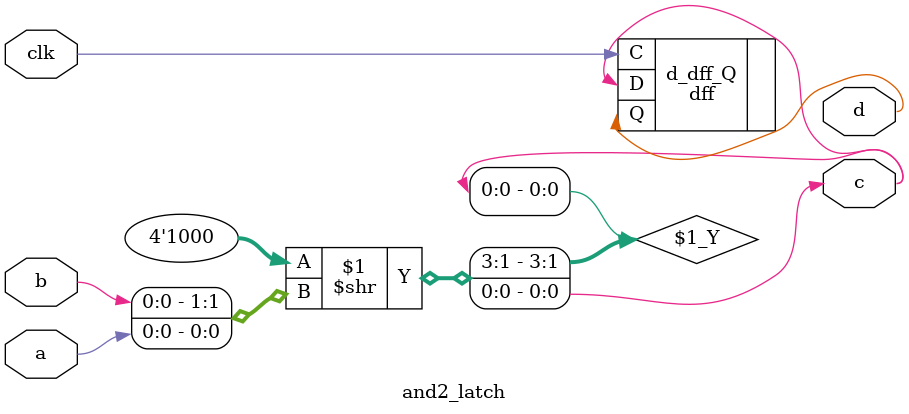
<source format=v>
/* Generated by Yosys 0.51+17 (git sha1 42ca75b6b, g++ 11.4.0-13 -fPIC -O3) */

module and2_latch(a, b, clk, c, d);
  input a;
  wire a;
  input b;
  wire b;
  output c;
  wire c;
  input clk;
  wire clk;
  output d;
  wire d;
  assign c = 4'b1000 >> { b, a };
  dff d_dff_Q (
    .C(clk),
    .D(c),
    .Q(d)
  );
endmodule

</source>
